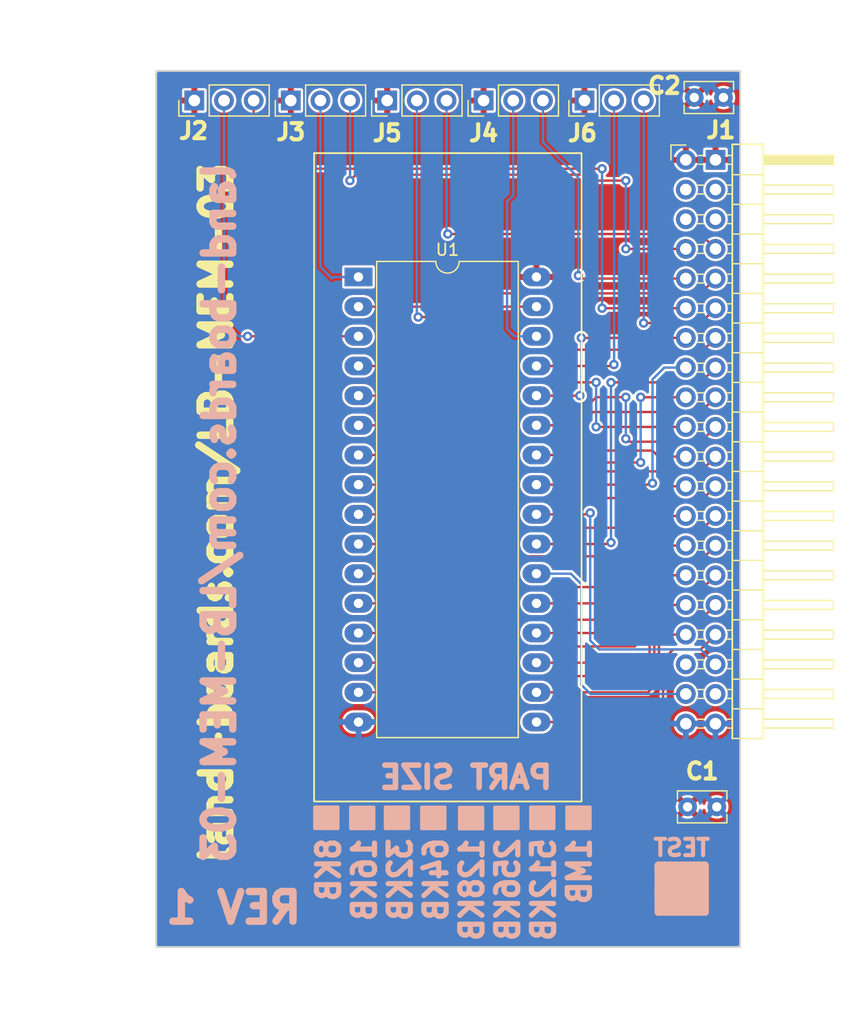
<source format=kicad_pcb>
(kicad_pcb (version 20221018) (generator pcbnew)
  (title_block (title "LB-MEM-01") (date "2022-09-07") (rev "1") (company "land-boards.com"))
  (layers (0 "F.Cu" signal) (31 "B.Cu" signal) (34 "B.Paste" user) (35 "F.Paste" user) (36 "B.SilkS" user "B.Silkscreen") (37 "F.SilkS" user "F.Silkscreen") (38 "B.Mask" user) (39 "F.Mask" user) (44 "Edge.Cuts" user))
  (net 0 "")
  (net 1 "GND")
  (net 2 "/CPUA11")
  (net 3 "/CPUA12")
  (net 4 "/CPUA13")
  (net 5 "/CPUA14")
  (net 6 "/CPUA15")
  (net 7 "/CPUD4")
  (net 8 "/CPUD3")
  (net 9 "/CPUD5")
  (net 10 "/CPUD6")
  (net 11 "/CPUA0")
  (net 12 "/CPUA1")
  (net 13 "/CPUD2")
  (net 14 "/CPUA2")
  (net 15 "/CPUD7")
  (net 16 "/CPUA3")
  (net 17 "/CPUD0")
  (net 18 "/CPUA4")
  (net 19 "/CPUD1")
  (net 20 "/CPUA5")
  (net 21 "/CPUA6")
  (net 22 "/CPUA7")
  (net 23 "/CPUA8")
  (net 24 "/CPUA9")
  (net 25 "/CPUA10")
  (net 26 "/CPUA18")
  (net 27 "/CPUA16")
  (net 28 "/CPUA17")
  (net 29 "/~{MEMRD}")
  (net 30 "/CPUA22")
  (net 31 "/CPUA23")
  (net 32 "/CPUA20")
  (net 33 "/CPUA21")
  (net 34 "/CPUA19")
  (net 35 "VCC")
  (net 36 "/~{IOCS}")
  (net 37 "/~{RAMCS}")
  (net 38 "/~{ROMCS}")
  (net 39 "/EE_PIN3")
  (net 40 "/EE_PIN1")
  (net 41 "/EE_PIN30")
  (net 42 "/EE_PIN31")
  (net 43 "/EE_PIN29")
  (footprint "LandBoards_Conns:PinHeader_2x20_P2.54mm_Horizontal-FLIPPED" (layer "F.Cu") (at 177.35 54.615)
    (fp_text reference "J1" (at 2.99 -2.545) (layer "F.SilkS") (effects (font (size 1.397 1.397) (thickness 0.34925))))
    (fp_text value "Conn_02x20_Odd_Even")
    (pad "1" thru_hole rect (at 2.54 0) (size 1.7 1.7) (drill 1) (layers "*.Cu" "*.Mask") (net 35 "VCC"))
    (pad "2" thru_hole oval (at 0 0) (size 1.7 1.7) (drill 1) (layers "*.Cu" "*.Mask") (net 35 "VCC"))
    (pad "3" thru_hole oval (at 2.54 2.54) (size 1.7 1.7) (drill 1) (layers "*.Cu" "*.Mask") (net 30 "/CPUA22"))
    (pad "4" thru_hole oval (at 0 2.54) (size 1.7 1.7) (drill 1) (layers "*.Cu" "*.Mask") (net 31 "/CPUA23"))
    (pad "5" thru_hole oval (at 2.54 5.08) (size 1.7 1.7) (drill 1) (layers "*.Cu" "*.Mask") (net 32 "/CPUA20"))
    (pad "6" thru_hole oval (at 0 5.08) (size 1.7 1.7) (drill 1) (layers "*.Cu" "*.Mask") (net 33 "/CPUA21"))
    (pad "7" thru_hole oval (at 2.54 7.62) (size 1.7 1.7) (drill 1) (layers "*.Cu" "*.Mask") (net 26 "/CPUA18"))
    (pad "8" thru_hole oval (at 0 7.62) (size 1.7 1.7) (drill 1) (layers "*.Cu" "*.Mask") (net 34 "/CPUA19"))
    (pad "9" thru_hole oval (at 2.54 10.16) (size 1.7 1.7) (drill 1) (layers "*.Cu" "*.Mask") (net 27 "/CPUA16"))
    (pad "10" thru_hole oval (at 0 10.16) (size 1.7 1.7) (drill 1) (layers "*.Cu" "*.Mask") (net 28 "/CPUA17"))
    (pad "11" thru_hole oval (at 2.54 12.7) (size 1.7 1.7) (drill 1) (layers "*.Cu" "*.Mask") (net 5 "/CPUA14"))
    (pad "12" thru_hole oval (at 0 12.7) (size 1.7 1.7) (drill 1) (layers "*.Cu" "*.Mask") (net 6 "/CPUA15"))
    (pad "13" thru_hole oval (at 2.54 15.24) (size 1.7 1.7) (drill 1) (layers "*.Cu" "*.Mask") (net 3 "/CPUA12"))
    (pad "14" thru_hole oval (at 0 15.24) (size 1.7 1.7) (drill 1) (layers "*.Cu" "*.Mask") (net 4 "/CPUA13"))
    (pad "15" thru_hole oval (at 2.54 17.78) (size 1.7 1.7) (drill 1) (layers "*.Cu" "*.Mask") (net 25 "/CPUA10"))
    (pad "16" thru_hole oval (at 0 17.78) (size 1.7 1.7) (drill 1) (layers "*.Cu" "*.Mask") (net 2 "/CPUA11"))
    (pad "17" thru_hole oval (at 2.54 20.32) (size 1.7 1.7) (drill 1) (layers "*.Cu" "*.Mask") (net 23 "/CPUA8"))
    (pad "18" thru_hole oval (at 0 20.32) (size 1.7 1.7) (drill 1) (layers "*.Cu" "*.Mask") (net 24 "/CPUA9"))
    (pad "19" thru_hole oval (at 2.54 22.86) (size 1.7 1.7) (drill 1) (layers "*.Cu" "*.Mask") (net 21 "/CPUA6"))
    (pad "20" thru_hole oval (at 0 22.86) (size 1.7 1.7) (drill 1) (layers "*.Cu" "*.Mask") (net 22 "/CPUA7"))
    (pad "21" thru_hole oval (at 2.54 25.4) (size 1.7 1.7) (drill 1) (layers "*.Cu" "*.Mask") (net 18 "/CPUA4"))
    (pad "22" thru_hole oval (at 0 25.4) (size 1.7 1.7) (drill 1) (layers "*.Cu" "*.Mask") (net 20 "/CPUA5"))
    (pad "23" thru_hole oval (at 2.54 27.94) (size 1.7 1.7) (drill 1) (layers "*.Cu" "*.Mask") (net 14 "/CPUA2"))
    (pad "24" thru_hole oval (at 0 27.94) (size 1.7 1.7) (drill 1) (layers "*.Cu" "*.Mask") (net 16 "/CPUA3"))
    (pad "25" thru_hole oval (at 2.54 30.48) (size 1.7 1.7) (drill 1) (layers "*.Cu" "*.Mask") (net 11 "/CPUA0"))
    (pad "26" thru_hole oval (at 0 30.48) (size 1.7 1.7) (drill 1) (layers "*.Cu" "*.Mask") (net 12 "/CPUA1"))
    (pad "27" thru_hole oval (at 2.54 33.02) (size 1.7 1.7) (drill 1) (layers "*.Cu" "*.Mask") (net 17 "/CPUD0"))
    (pad "28" thru_hole oval (at 0 33.02) (size 1.7 1.7) (drill 1) (layers "*.Cu" "*.Mask") (net 15 "/CPUD7"))
    (pad "29" thru_hole oval (at 2.54 35.56) (size 1.7 1.7) (drill 1) (layers "*.Cu" "*.Mask") (net 19 "/CPUD1"))
    (pad "30" thru_hole oval (at 0 35.56) (size 1.7 1.7) (drill 1) (layers "*.Cu" "*.Mask") (net 10 "/CPUD6"))
    (pad "31" thru_hole oval (at 2.54 38.1) (size 1.7 1.7) (drill 1) (layers "*.Cu" "*.Mask") (net 13 "/CPUD2"))
    (pad "32" thru_hole oval (at 0 38.1) (size 1.7 1.7) (drill 1) (layers "*.Cu" "*.Mask") (net 9 "/CPUD5"))
    (pad "33" thru_hole oval (at 2.54 40.64) (size 1.7 1.7) (drill 1) (layers "*.Cu" "*.Mask") (net 8 "/CPUD3"))
    (pad "34" thru_hole oval (at 0 40.64) (size 1.7 1.7) (drill 1) (layers "*.Cu" "*.Mask") (net 7 "/CPUD4"))
    (pad "35" thru_hole oval (at 2.54 43.18) (size 1.7 1.7) (drill 1) (layers "*.Cu" "*.Mask") (net 29 "/~{MEMRD}"))
    (pad "36" thru_hole oval (at 0 43.18) (size 1.7 1.7) (drill 1) (layers "*.Cu" "*.Mask") (net 37 "/~{RAMCS}"))
    (pad "37" thru_hole oval (at 2.54 45.72) (size 1.7 1.7) (drill 1) (layers "*.Cu" "*.Mask") (net 36 "/~{IOCS}"))
    (pad "38" thru_hole oval (at 0 45.72) (size 1.7 1.7) (drill 1) (layers "*.Cu" "*.Mask") (net 38 "/~{ROMCS}"))
    (pad "39" thru_hole oval (at 2.54 48.26) (size 1.7 1.7) (drill 1) (layers "*.Cu" "*.Mask") (net 1 "GND"))
    (pad "40" thru_hole oval (at 0 48.26) (size 1.7 1.7) (drill 1) (layers "*.Cu" "*.Mask") (net 1 "GND"))
  )
  (footprint "LandBoards_Conns:DIP-32_W15.24mm_TEXTOOL" (layer "F.Cu") (at 149.322 64.638)
    (fp_text reference "U1" (at 7.62 -2.33) (layer "F.SilkS"))
    (fp_text value "27C080")
    (pad "1" thru_hole rect (at 0 0) (size 2.4 1.6) (drill 0.8) (layers "*.Cu" "*.Mask") (net 40 "/EE_PIN1"))
    (pad "2" thru_hole oval (at 0 2.54) (size 2.4 1.6) (drill 0.8) (layers "*.Cu" "*.Mask") (net 27 "/CPUA16"))
    (pad "3" thru_hole oval (at 0 5.08) (size 2.4 1.6) (drill 0.8) (layers "*.Cu" "*.Mask") (net 39 "/EE_PIN3"))
    (pad "4" thru_hole oval (at 0 7.62) (size 2.4 1.6) (drill 0.8) (layers "*.Cu" "*.Mask") (net 3 "/CPUA12"))
    (pad "5" thru_hole oval (at 0 10.16) (size 2.4 1.6) (drill 0.8) (layers "*.Cu" "*.Mask") (net 22 "/CPUA7"))
    (pad "6" thru_hole oval (at 0 12.7) (size 2.4 1.6) (drill 0.8) (layers "*.Cu" "*.Mask") (net 21 "/CPUA6"))
    (pad "7" thru_hole oval (at 0 15.24) (size 2.4 1.6) (drill 0.8) (layers "*.Cu" "*.Mask") (net 20 "/CPUA5"))
    (pad "8" thru_hole oval (at 0 17.78) (size 2.4 1.6) (drill 0.8) (layers "*.Cu" "*.Mask") (net 18 "/CPUA4"))
    (pad "9" thru_hole oval (at 0 20.32) (size 2.4 1.6) (drill 0.8) (layers "*.Cu" "*.Mask") (net 16 "/CPUA3"))
    (pad "10" thru_hole oval (at 0 22.86) (size 2.4 1.6) (drill 0.8) (layers "*.Cu" "*.Mask") (net 14 "/CPUA2"))
    (pad "11" thru_hole oval (at 0 25.4) (size 2.4 1.6) (drill 0.8) (layers "*.Cu" "*.Mask") (net 12 "/CPUA1"))
    (pad "12" thru_hole oval (at 0 27.94) (size 2.4 1.6) (drill 0.8) (layers "*.Cu" "*.Mask") (net 11 "/CPUA0"))
    (pad "13" thru_hole oval (at 0 30.48) (size 2.4 1.6) (drill 0.8) (layers "*.Cu" "*.Mask") (net 17 "/CPUD0"))
    (pad "14" thru_hole oval (at 0 33.02) (size 2.4 1.6) (drill 0.8) (layers "*.Cu" "*.Mask") (net 19 "/CPUD1"))
    (pad "15" thru_hole oval (at 0 35.56) (size 2.4 1.6) (drill 0.8) (layers "*.Cu" "*.Mask") (net 13 "/CPUD2"))
    (pad "16" thru_hole oval (at 0 38.1) (size 2.4 1.6) (drill 0.8) (layers "*.Cu" "*.Mask") (net 1 "GND"))
    (pad "17" thru_hole oval (at 15.24 38.1) (size 2.4 1.6) (drill 0.8) (layers "*.Cu" "*.Mask") (net 8 "/CPUD3"))
    (pad "18" thru_hole oval (at 15.24 35.56) (size 2.4 1.6) (drill 0.8) (layers "*.Cu" "*.Mask") (net 7 "/CPUD4"))
    (pad "19" thru_hole oval (at 15.24 33.02) (size 2.4 1.6) (drill 0.8) (layers "*.Cu" "*.Mask") (net 9 "/CPUD5"))
    (pad "20" thru_hole oval (at 15.24 30.48) (size 2.4 1.6) (drill 0.8) (layers "*.Cu" "*.Mask") (net 10 "/CPUD6"))
    (pad "21" thru_hole oval (at 15.24 27.94) (size 2.4 1.6) (drill 0.8) (layers "*.Cu" "*.Mask") (net 15 "/CPUD7"))
    (pad "22" thru_hole oval (at 15.24 25.4) (size 2.4 1.6) (drill 0.8) (layers "*.Cu" "*.Mask") (net 38 "/~{ROMCS}"))
    (pad "23" thru_hole oval (at 15.24 22.86) (size 2.4 1.6) (drill 0.8) (layers "*.Cu" "*.Mask") (net 25 "/CPUA10"))
    (pad "24" thru_hole oval (at 15.24 20.32) (size 2.4 1.6) (drill 0.8) (layers "*.Cu" "*.Mask") (net 29 "/~{MEMRD}"))
    (pad "25" thru_hole oval (at 15.24 17.78) (size 2.4 1.6) (drill 0.8) (layers "*.Cu" "*.Mask") (net 2 "/CPUA11"))
    (pad "26" thru_hole oval (at 15.24 15.24) (size 2.4 1.6) (drill 0.8) (layers "*.Cu" "*.Mask") (net 24 "/CPUA9"))
    (pad "27" thru_hole oval (at 15.24 12.7) (size 2.4 1.6) (drill 0.8) (layers "*.Cu" "*.Mask") (net 23 "/CPUA8"))
    (pad "28" thru_hole oval (at 15.24 10.16) (size 2.4 1.6) (drill 0.8) (layers "*.Cu" "*.Mask") (net 4 "/CPUA13"))
    (pad "29" thru_hole oval (at 15.24 7.62) (size 2.4 1.6) (drill 0.8) (layers "*.Cu" "*.Mask") (net 43 "/EE_PIN29"))
    (pad "30" thru_hole oval (at 15.24 5.08) (size 2.4 1.6) (drill 0.8) (layers "*.Cu" "*.Mask") (net 41 "/EE_PIN30"))
    (pad "31" thru_hole oval (at 15.24 2.54) (size 2.4 1.6) (drill 0.8) (layers "*.Cu" "*.Mask") (net 42 "/EE_PIN31"))
    (pad "32" thru_hole oval (at 15.24 0) (size 2.4 1.6) (drill 0.8) (layers "*.Cu" "*.Mask") (net 35 "VCC"))
  )
  (footprint "Connector_PinHeader_2.54mm:PinHeader_1x03_P2.54mm_Vertical" (layer "F.Cu") (at 160.035 49.53 90)
    (fp_text reference "J4" (at -2.794 0 180) (layer "F.SilkS") (effects (font (size 1.397 1.397) (thickness 0.34925))))
    (fp_text value "Conn_01x03")
    (pad "1" thru_hole rect (at 0 0 90) (size 1.7 1.7) (drill 1) (layers "*.Cu" "*.Mask") (net 35 "VCC"))
    (pad "2" thru_hole oval (at 0 2.54 90) (size 1.7 1.7) (drill 1) (layers "*.Cu" "*.Mask") (net 41 "/EE_PIN30"))
    (pad "3" thru_hole oval (at 0 5.08 90) (size 1.7 1.7) (drill 1) (layers "*.Cu" "*.Mask") (net 28 "/CPUA17"))
  )
  (footprint "Connector_PinHeader_2.54mm:PinHeader_1x03_P2.54mm_Vertical" (layer "F.Cu") (at 151.78 49.53 90)
    (fp_text reference "J5" (at -2.794 0 180) (layer "F.SilkS") (effects (font (size 1.397 1.397) (thickness 0.34925))))
    (fp_text value "Conn_01x03")
    (pad "1" thru_hole rect (at 0 0 90) (size 1.7 1.7) (drill 1) (layers "*.Cu" "*.Mask") (net 35 "VCC"))
    (pad "2" thru_hole oval (at 0 2.54 90) (size 1.7 1.7) (drill 1) (layers "*.Cu" "*.Mask") (net 42 "/EE_PIN31"))
    (pad "3" thru_hole oval (at 0 5.08 90) (size 1.7 1.7) (drill 1) (layers "*.Cu" "*.Mask") (net 26 "/CPUA18"))
  )
  (footprint "Capacitor_THT:C_Rect_L4.0mm_W2.5mm_P2.50mm" (layer "F.Cu") (at 180 110 180)
    (fp_text reference "C1" (at 1.25 3.048 180) (layer "F.SilkS") (effects (font (size 1.397 1.397) (thickness 0.34925))))
    (fp_text value "0.1uF")
    (pad "1" thru_hole circle (at 0 0 180) (size 1.6 1.6) (drill 0.8) (layers "*.Cu" "*.Mask") (net 1 "GND"))
    (pad "2" thru_hole circle (at 2.5 0 180) (size 1.6 1.6) (drill 0.8) (layers "*.Cu" "*.Mask") (net 35 "VCC"))
  )
  (footprint "Connector_PinHeader_2.54mm:PinHeader_1x03_P2.54mm_Vertical" (layer "F.Cu") (at 143.525 49.53 90)
    (fp_text reference "J3" (at -2.7 0 180) (layer "F.SilkS") (effects (font (size 1.397 1.397) (thickness 0.34925))))
    (fp_text value "Conn_01x03")
    (pad "1" thru_hole rect (at 0 0 90) (size 1.7 1.7) (drill 1) (layers "*.Cu" "*.Mask") (net 35 "VCC"))
    (pad "2" thru_hole oval (at 0 2.54 90) (size 1.7 1.7) (drill 1) (layers "*.Cu" "*.Mask") (net 40 "/EE_PIN1"))
    (pad "3" thru_hole oval (at 0 5.08 90) (size 1.7 1.7) (drill 1) (layers "*.Cu" "*.Mask") (net 34 "/CPUA19"))
  )
  (footprint "Capacitor_THT:C_Rect_L4.0mm_W2.5mm_P2.50mm" (layer "F.Cu") (at 180.574 49.276 180)
    (fp_text reference "C2" (at 5.06 1.016) (layer "F.SilkS") (effects (font (size 1.397 1.397) (thickness 0.34925))))
    (fp_text value "0.1uF")
    (pad "1" thru_hole circle (at 0 0 180) (size 1.6 1.6) (drill 0.8) (layers "*.Cu" "*.Mask") (net 1 "GND"))
    (pad "2" thru_hole circle (at 2.5 0 180) (size 1.6 1.6) (drill 0.8) (layers "*.Cu" "*.Mask") (net 35 "VCC"))
  )
  (footprint "Connector_PinHeader_2.54mm:PinHeader_1x03_P2.54mm_Vertical" (layer "F.Cu") (at 168.671 49.53 90)
    (fp_text reference "J6" (at -2.794 -0.171 180) (layer "F.SilkS") (effects (font (size 1.397 1.397) (thickness 0.34925))))
    (fp_text value "Conn_01x03")
    (pad "1" thru_hole rect (at 0 0 90) (size 1.7 1.7) (drill 1) (layers "*.Cu" "*.Mask") (net 35 "VCC"))
    (pad "2" thru_hole oval (at 0 2.54 90) (size 1.7 1.7) (drill 1) (layers "*.Cu" "*.Mask") (net 43 "/EE_PIN29"))
    (pad "3" thru_hole oval (at 0 5.08 90) (size 1.7 1.7) (drill 1) (layers "*.Cu" "*.Mask") (net 5 "/CPUA14"))
  )
  (footprint "Connector_PinHeader_2.54mm:PinHeader_1x03_P2.54mm_Vertical" (layer "F.Cu") (at 135.27 49.53 90)
    (fp_text reference "J2" (at -2.6 -0.07 180) (layer "F.SilkS") (effects (font (size 1.397 1.397) (thickness 0.34925))))
    (fp_text value "Conn_01x03")
    (pad "1" thru_hole rect (at 0 0 90) (size 1.7 1.7) (drill 1) (layers "*.Cu" "*.Mask") (net 35 "VCC"))
    (pad "2" thru_hole oval (at 0 2.54 90) (size 1.7 1.7) (drill 1) (layers "*.Cu" "*.Mask") (net 39 "/EE_PIN3"))
    (pad "3" thru_hole oval (at 0 5.08 90) (size 1.7 1.7) (drill 1) (layers "*.Cu" "*.Mask") (net 6 "/CPUA15"))
  )
  (footprint "LandBoards_Marking:TEST_BLK-REAR" (layer "F.Cu") (at 177 117)
    (fp_text reference "TEST" (at 0 -3.5) (layer "B.SilkS") (effects (font (size 1.397 1.397) (thickness 0.34925)) (justify mirror)))
    (fp_text value "COUPON" hide)
  )
  (gr_rect (start 132 47) (end 182 122) (stroke (width 0.15)) (fill none) (layer "Edge.Cuts"))
  (gr_text "land-boards.com/LB-MEM-03" (at 137.414 84.836 90) (layer "B.SilkS") (effects (font (size 2.54 2.54) (thickness 0.635)) (justify mirror)))
  (gr_text "REV 1" (at 138.6332 118.6434) (layer "B.SilkS") (effects (font (size 2.54 2.54) (thickness 0.635)) (justify mirror)))
  (gr_text "8KB\n16KB\n32KB\n64KB\n128KB\n256KB\n512KB\n1MB" (at 157.5054 112.4712 90) (layer "B.SilkS") (effects (font (size 1.905 1.778) (thickness 0.4445)) (justify left mirror)))
  (gr_text "PART SIZE" (at 166.137 107.475) (layer "B.SilkS") (effects (font (size 1.905 1.905) (thickness 0.47625)) (justify left mirror)))
  (gr_text "land-boards.com/LB-MEM-03" (at 137.16 84.836 90) (layer "F.SilkS") (effects (font (size 2.54 2.54) (thickness 0.635))))
  (segment (start 164.562 82.418) (end 174.366 82.418) (width 0.2032) (layer "F.Cu") (net 2))
  (segment (start 174.376 82.418) (end 174.498 82.296) (width 0.2032) (layer "F.Cu") (net 2))
  (segment (start 174.366 82.418) (end 174.376 82.418) (width 0.2032) (layer "F.Cu") (net 2))
  (via (at 174.498 82.296) (size 0.8) (drill 0.4) (layers "F.Cu" "B.Cu") (net 2))
  (segment (start 177.35 72.395) (end 175.509 72.395) (width 0.2032) (layer "B.Cu") (net 2))
  (segment (start 174.498 73.406) (end 174.498 82.296) (width 0.2032) (layer "B.Cu") (net 2))
  (segment (start 175.509 72.395) (end 174.498 73.406) (width 0.2032) (layer "B.Cu") (net 2))
  (segment (start 176.022 70.866) (end 176.276 71.12) (width 0.2032) (layer "F.Cu") (net 3))
  (segment (start 149.322 72.258) (end 158.882 72.258) (width 0.2032) (layer "F.Cu") (net 3))
  (segment (start 176.276 71.12) (end 178.625 71.12) (width 0.2032) (layer "F.Cu") (net 3))
  (segment (start 178.625 71.12) (end 179.89 69.855) (width 0.2032) (layer "F.Cu") (net 3))
  (segment (start 160.274 70.866) (end 176.022 70.866) (width 0.2032) (layer "F.Cu") (net 3))
  (segment (start 158.882 72.258) (end 160.274 70.866) (width 0.2032) (layer "F.Cu") (net 3))
  (segment (start 164.562 74.798) (end 168.28 74.798) (width 0.2032) (layer "F.Cu") (net 4))
  (segment (start 168.407 69.855) (end 168.402 69.85) (width 0.2032) (layer "F.Cu") (net 4))
  (segment (start 168.407 69.855) (end 177.35 69.855) (width 0.2032) (layer "F.Cu") (net 4))
  (via (at 168.402 69.85) (size 0.8) (drill 0.4) (layers "F.Cu" "B.Cu") (net 4))
  (via (at 168.28 74.798) (size 0.8) (drill 0.4) (layers "F.Cu" "B.Cu") (net 4))
  (segment (start 168.402 74.676) (end 168.28 74.798) (width 0.2032) (layer "B.Cu") (net 4))
  (segment (start 168.402 69.85) (end 168.402 74.676) (width 0.2032) (layer "B.Cu") (net 4))
  (segment (start 173.736 68.58) (end 178.625 68.58) (width 0.2032) (layer "F.Cu") (net 5))
  (segment (start 178.625 68.58) (end 179.89 67.315) (width 0.2032) (layer "F.Cu") (net 5))
  (via (at 173.736 68.58) (size 0.8) (drill 0.4) (layers "F.Cu" "B.Cu") (net 5))
  (segment (start 173.751 68.565) (end 173.736 68.58) (width 0.2032) (layer "B.Cu") (net 5))
  (segment (start 173.751 49.53) (end 173.751 68.565) (width 0.2032) (layer "B.Cu") (net 5))
  (segment (start 140.35 53.96) (end 140.35 49.53) (width 0.2032) (layer "F.Cu") (net 6))
  (segment (start 170.185 67.315) (end 177.35 67.315) (width 0.2032) (layer "F.Cu") (net 6))
  (segment (start 141.732 55.372) (end 170.18 55.372) (width 0.2032) (layer "F.Cu") (net 6))
  (segment (start 141.762 55.372) (end 140.35 53.96) (width 0.2032) (layer "F.Cu") (net 6))
  (segment (start 170.18 67.31) (end 170.185 67.315) (width 0.2032) (layer "F.Cu") (net 6))
  (via (at 170.18 67.31) (size 0.8) (drill 0.4) (layers "F.Cu" "B.Cu") (net 6))
  (via (at 170.18 55.372) (size 0.8) (drill 0.4) (layers "F.Cu" "B.Cu") (net 6))
  (segment (start 170.18 55.372) (end 170.18 67.31) (width 0.2032) (layer "B.Cu") (net 6))
  (segment (start 175.050391 96.056391) (end 175.851782 95.255) (width 0.2032) (layer "F.Cu") (net 7))
  (segment (start 174.112 100.198) (end 164.562 100.198) (width 0.2032) (layer "F.Cu") (net 7))
  (segment (start 175.851782 95.255) (end 177.35 95.255) (width 0.2032) (layer "F.Cu") (net 7))
  (segment (start 175.050391 99.259609) (end 174.112 100.198) (width 0.2032) (layer "F.Cu") (net 7))
  (segment (start 175.050391 96.056391) (end 175.050391 99.259609) (width 0.2032) (layer "F.Cu") (net 7))
  (segment (start 175.405511 101.952489) (end 174.62 102.738) (width 0.2032) (layer "F.Cu") (net 8))
  (segment (start 179.89 95.255) (end 178.625 96.52) (width 0.2032) (layer "F.Cu") (net 8))
  (segment (start 175.405511 97.390489) (end 175.405511 101.952489) (width 0.2032) (layer "F.Cu") (net 8))
  (segment (start 178.625 96.52) (end 176.276 96.52) (width 0.2032) (layer "F.Cu") (net 8))
  (segment (start 176.276 96.52) (end 175.405511 97.390489) (width 0.2032) (layer "F.Cu") (net 8))
  (segment (start 174.62 102.738) (end 164.562 102.738) (width 0.2032) (layer "F.Cu") (net 8))
  (segment (start 177.35 92.715) (end 175.763 92.715) (width 0.2032) (layer "F.Cu") (net 9))
  (segment (start 174.244 94.234) (end 174.244 97.028) (width 0.2032) (layer "F.Cu") (net 9))
  (segment (start 175.763 92.715) (end 174.244 94.234) (width 0.2032) (layer "F.Cu") (net 9))
  (segment (start 174.244 97.028) (end 173.614 97.658) (width 0.2032) (layer "F.Cu") (net 9))
  (segment (start 173.614 97.658) (end 164.562 97.658) (width 0.2032) (layer "F.Cu") (net 9))
  (segment (start 173.482 94.488) (end 172.852 95.118) (width 0.2032) (layer "F.Cu") (net 10))
  (segment (start 177.35 90.175) (end 176.271 90.175) (width 0.2032) (layer "F.Cu") (net 10))
  (segment (start 164.562 95.118) (end 172.852 95.118) (width 0.2032) (layer "F.Cu") (net 10))
  (segment (start 173.482 92.964) (end 173.482 94.488) (width 0.2032) (layer "F.Cu") (net 10))
  (segment (start 176.271 90.175) (end 173.482 92.964) (width 0.2032) (layer "F.Cu") (net 10))
  (segment (start 149.322 92.578) (end 159.136 92.578) (width 0.2032) (layer "F.Cu") (net 11))
  (segment (start 176.276 86.36) (end 178.625 86.36) (width 0.2032) (layer "F.Cu") (net 11))
  (segment (start 171.45 91.186) (end 176.276 86.36) (width 0.2032) (layer "F.Cu") (net 11))
  (segment (start 159.136 92.578) (end 160.528 91.186) (width 0.2032) (layer "F.Cu") (net 11))
  (segment (start 160.528 91.186) (end 171.45 91.186) (width 0.2032) (layer "F.Cu") (net 11))
  (segment (start 178.625 86.36) (end 179.89 85.095) (width 0.2032) (layer "F.Cu") (net 11))
  (segment (start 175.763 85.095) (end 177.35 85.095) (width 0.2032) (layer "F.Cu") (net 12))
  (segment (start 159.136 90.038) (end 160.62248 88.55152) (width 0.2032) (layer "F.Cu") (net 12))
  (segment (start 160.62248 88.55152) (end 172.30648 88.55152) (width 0.2032) (layer "F.Cu") (net 12))
  (segment (start 149.322 90.038) (end 159.136 90.038) (width 0.2032) (layer "F.Cu") (net 12))
  (segment (start 172.30648 88.55152) (end 175.763 85.095) (width 0.2032) (layer "F.Cu") (net 12))
  (segment (start 173.99 98.806) (end 161.29 98.806) (width 0.2032) (layer "F.Cu") (net 13))
  (segment (start 178.7205 93.8845) (end 176.1175 93.8845) (width 0.2032) (layer "F.Cu") (net 13))
  (segment (start 174.65088 98.14512) (end 174.65088 95.35112) (width 0.2032) (layer "F.Cu") (net 13))
  (segment (start 176.1175 93.8845) (end 174.65088 95.35112) (width 0.2032) (layer "F.Cu") (net 13))
  (segment (start 179.89 92.715) (end 178.7205 93.8845) (width 0.2032) (layer "F.Cu") (net 13))
  (segment (start 159.898 100.198) (end 149.322 100.198) (width 0.2032) (layer "F.Cu") (net 13))
  (segment (start 173.99 98.806) (end 174.65088 98.14512) (width 0.2032) (layer "F.Cu") (net 13))
  (segment (start 161.29 98.806) (end 159.898 100.198) (width 0.2032) (layer "F.Cu") (net 13))
  (segment (start 178.625 83.82) (end 179.89 82.555) (width 0.2032) (layer "F.Cu") (net 14))
  (segment (start 149.322 87.498) (end 158.882 87.498) (width 0.2032) (layer "F.Cu") (net 14))
  (segment (start 176.276 83.82) (end 178.625 83.82) (width 0.2032) (layer "F.Cu") (net 14))
  (segment (start 158.882 87.498) (end 160.274 86.106) (width 0.2032) (layer "F.Cu") (net 14))
  (segment (start 173.99 86.106) (end 176.276 83.82) (width 0.2032) (layer "F.Cu") (net 14))
  (segment (start 160.274 86.106) (end 173.99 86.106) (width 0.2032) (layer "F.Cu") (net 14))
  (segment (start 164.562 92.578) (end 171.328 92.578) (width 0.2032) (layer "F.Cu") (net 15))
  (segment (start 176.271 87.635) (end 177.35 87.635) (width 0.2032) (layer "F.Cu") (net 15))
  (segment (start 171.328 92.578) (end 176.271 87.635) (width 0.2032) (layer "F.Cu") (net 15))
  (segment (start 160.274 83.566) (end 174.752 83.566) (width 0.2032) (layer "F.Cu") (net 16))
  (segment (start 175.763 82.555) (end 177.35 82.555) (width 0.2032) (layer "F.Cu") (net 16))
  (segment (start 174.752 83.566) (end 175.763 82.555) (width 0.2032) (layer "F.Cu") (net 16))
  (segment (start 149.322 84.958) (end 158.882 84.958) (width 0.2032) (layer "F.Cu") (net 16))
  (segment (start 158.882 84.958) (end 160.274 83.566) (width 0.2032) (layer "F.Cu") (net 16))
  (segment (start 176.53 88.9) (end 172.974 92.456) (width 0.2032) (layer "F.Cu") (net 17))
  (segment (start 172.466 93.98) (end 160.528 93.98) (width 0.2032) (layer "F.Cu") (net 17))
  (segment (start 172.974 92.456) (end 172.974 93.472) (width 0.2032) (layer "F.Cu") (net 17))
  (segment (start 178.625 88.9) (end 176.53 88.9) (width 0.2032) (layer "F.Cu") (net 17))
  (segment (start 159.39 95.118) (end 149.322 95.118) (width 0.2032) (layer "F.Cu") (net 17))
  (segment (start 172.974 93.472) (end 172.466 93.98) (width 0.2032) (layer "F.Cu") (net 17))
  (segment (start 179.89 87.635) (end 178.625 88.9) (width 0.2032) (layer "F.Cu") (net 17))
  (segment (start 160.528 93.98) (end 159.39 95.118) (width 0.2032) (layer "F.Cu") (net 17))
  (segment (start 179.89 80.015) (end 178.625 81.28) (width 0.2032) (layer "F.Cu") (net 18))
  (segment (start 166.692978 81.28) (end 166.531489 81.118511) (width 0.2032) (layer "F.Cu") (net 18))
  (segment (start 166.531489 81.118511) (end 160.435489 81.118511) (width 0.2032) (layer "F.Cu") (net 18))
  (segment (start 160.435489 81.118511) (end 159.136 82.418) (width 0.2032) (layer "F.Cu") (net 18))
  (segment (start 159.136 82.418) (end 149.322 82.418) (width 0.2032) (layer "F.Cu") (net 18))
  (segment (start 178.625 81.28) (end 166.692978 81.28) (width 0.2032) (layer "F.Cu") (net 18))
  (segment (start 178.625 91.44) (end 179.89 90.175) (width 0.2032) (layer "F.Cu") (net 19))
  (segment (start 159.644 97.658) (end 161.036 96.266) (width 0.2032) (layer "F.Cu") (net 19))
  (segment (start 175.768 91.44) (end 178.625 91.44) (width 0.2032) (layer "F.Cu") (net 19))
  (segment (start 161.036 96.266) (end 172.974 96.266) (width 0.2032) (layer "F.Cu") (net 19))
  (segment (start 173.88888 95.35112) (end 173.88888 93.31912) (width 0.2032) (layer "F.Cu") (net 19))
  (segment (start 149.322 97.658) (end 159.644 97.658) (width 0.2032) (layer "F.Cu") (net 19))
  (segment (start 172.974 96.266) (end 173.88888 95.35112) (width 0.2032) (layer "F.Cu") (net 19))
  (segment (start 173.88888 93.31912) (end 175.768 91.44) (width 0.2032) (layer "F.Cu") (net 19))
  (segment (start 174.498 79.502) (end 175.011 80.015) (width 0.2032) (layer "F.Cu") (net 20))
  (segment (start 168.148 78.74) (end 168.91 79.502) (width 0.2032) (layer "F.Cu") (net 20))
  (segment (start 158.882 79.878) (end 160.02 78.74) (width 0.2032) (layer "F.Cu") (net 20))
  (segment (start 160.02 78.74) (end 168.148 78.74) (width 0.2032) (layer "F.Cu") (net 20))
  (segment (start 168.91 79.502) (end 174.498 79.502) (width 0.2032) (layer "F.Cu") (net 20))
  (segment (start 149.322 79.878) (end 158.882 79.878) (width 0.2032) (layer "F.Cu") (net 20))
  (segment (start 175.011 80.015) (end 177.35 80.015) (width 0.2032) (layer "F.Cu") (net 20))
  (segment (start 178.625 78.74) (end 172.466 78.74) (width 0.2032) (layer "F.Cu") (net 21))
  (segment (start 169.672 74.93) (end 168.402 76.2) (width 0.2032) (layer "F.Cu") (net 21))
  (segment (start 157.866 77.338) (end 149.322 77.338) (width 0.2032) (layer "F.Cu") (net 21))
  (segment (start 168.402 76.2) (end 159.004 76.2) (width 0.2032) (layer "F.Cu") (net 21))
  (segment (start 172.466 78.74) (end 172.212 78.486) (width 0.2032) (layer "F.Cu") (net 21))
  (segment (start 179.89 77.475) (end 178.625 78.74) (width 0.2032) (layer "F.Cu") (net 21))
  (segment (start 159.004 76.2) (end 157.866 77.338) (width 0.2032) (layer "F.Cu") (net 21))
  (segment (start 172.212 74.93) (end 169.672 74.93) (width 0.2032) (layer "F.Cu") (net 21))
  (via (at 172.212 78.486) (size 0.8) (drill 0.4) (layers "F.Cu" "B.Cu") (net 21))
  (via (at 172.212 74.93) (size 0.8) (drill 0.4) (layers "F.Cu" "B.Cu") (net 21))
  (segment (start 172.212 78.486) (end 172.212 74.93) (width 0.2032) (layer "B.Cu") (net 21))
  (segment (start 149.322 74.798) (end 158.374 74.798) (width 0.2032) (layer "F.Cu") (net 22))
  (segment (start 169.677 77.475) (end 177.35 77.475) (width 0.2032) (layer "F.Cu") (net 22))
  (segment (start 158.374 74.798) (end 159.512 73.66) (width 0.2032) (layer "F.Cu") (net 22))
  (segment (start 169.672 77.47) (end 169.677 77.475) (width 0.2032) (layer "F.Cu") (net 22))
  (segment (start 169.672 73.66) (end 159.512 73.66) (width 0.2032) (layer "F.Cu") (net 22))
  (via (at 169.672 73.66) (size 0.8) (drill 0.4) (layers "F.Cu" "B.Cu") (net 22))
  (via (at 169.672 77.47) (size 0.8) (drill 0.4) (layers "F.Cu" "B.Cu") (net 22))
  (segment (start 169.672 73.66) (end 169.672 77.47) (width 0.2032) (layer "B.Cu") (net 22))
  (segment (start 169.408 76.2) (end 168.27 77.338) (width 0.2032) (layer "F.Cu") (net 23))
  (segment (start 178.625 76.2) (end 169.408 76.2) (width 0.2032) (layer "F.Cu") (net 23))
  (segment (start 168.27 77.338) (end 164.562 77.338) (width 0.2032) (layer "F.Cu") (net 23))
  (segment (start 179.89 74.935) (end 178.625 76.2) (width 0.2032) (layer "F.Cu") (net 23))
  (segment (start 173.8445 74.93) (end 173.8495 74.935) (width 0.2032) (layer "F.Cu") (net 24))
  (segment (start 167.396 80.518) (end 173.482 80.518) (width 0.2032) (layer "F.Cu") (net 24))
  (segment (start 164.562 79.878) (end 166.756 79.878) (width 0.2032) (layer "F.Cu") (net 24))
  (segment (start 173.8495 74.935) (end 177.35 74.935) (width 0.2032) (layer "F.Cu") (net 24))
  (segment (start 167.396 80.518) (end 166.756 79.878) (width 0.2032) (layer "F.Cu") (net 24))
  (via (at 173.482 74.93) (size 0.8) (drill 0.4) (layers "F.Cu" "B.Cu") (net 24))
  (via (at 173.482 80.518) (size 0.8) (drill 0.4) (layers "F.Cu" "B.Cu") (net 24))
  (segment (start 173.482 80.518) (end 173.482 74.93) (width 0.2032) (layer "B.Cu") (net 24))
  (segment (start 170.82 87.498) (end 170.942 87.376) (width 0.2032) (layer "F.Cu") (net 25))
  (segment (start 170.9605 73.66) (end 178.625 73.66) (width 0.2032) (layer "F.Cu") (net 25))
  (segment (start 164.562 87.498) (end 170.82 87.498) (width 0.2032) (layer "F.Cu") (net 25))
  (segment (start 170.9605 73.66) (end 170.942 73.6785) (width 0.2032) (layer "F.Cu") (net 25))
  (segment (start 179.89 72.395) (end 178.625 73.66) (width 0.2032) (layer "F.Cu") (net 25))
  (via (at 170.942 87.376) (size 0.8) (drill 0.4) (layers "F.Cu" "B.Cu") (net 25))
  (via (at 170.942 73.6785) (size 0.8) (drill 0.4) (layers "F.Cu" "B.Cu") (net 25))
  (segment (start 170.942 87.376) (end 170.942 73.6785) (width 0.2032) (layer "B.Cu") (net 25))
  (segment (start 178.615 60.96) (end 179.89 62.235) (width 0.2032) (layer "F.Cu") (net 26))
  (segment (start 156.972 60.96) (end 178.615 60.96) (width 0.2032) (layer "F.Cu") (net 26))
  (via (at 156.972 60.96) (size 0.8) (drill 0.4) (layers "F.Cu" "B.Cu") (net 26))
  (segment (start 156.972 60.96) (end 156.86 60.848) (width 0.2032) (layer "B.Cu") (net 26))
  (segment (start 156.86 60.848) (end 156.86 49.53) (width 0.2032) (layer "B.Cu") (net 26))
  (segment (start 179.89 64.775) (end 178.625 66.04) (width 0.2032) (layer "F.Cu") (net 27))
  (segment (start 157.48 66.04) (end 156.342 67.178) (width 0.2032) (layer "F.Cu") (net 27))
  (segment (start 178.625 66.04) (end 157.48 66.04) (width 0.2032) (layer "F.Cu") (net 27))
  (segment (start 156.342 67.178) (end 149.322 67.178) (width 0.2032) (layer "F.Cu") (net 27))
  (segment (start 168.407 64.775) (end 168.148 64.516) (width 0.2032) (layer "F.Cu") (net 28))
  (segment (start 177.35 64.775) (end 168.407 64.775) (width 0.2032) (layer "F.Cu") (net 28))
  (via (at 168.148 64.516) (size 0.8) (drill 0.4) (layers "F.Cu" "B.Cu") (net 28))
  (segment (start 165.115 53.101) (end 165.115 49.53) (width 0.2032) (layer "B.Cu") (net 28))
  (segment (start 168.148 56.134) (end 165.115 53.101) (width 0.2032) (layer "B.Cu") (net 28))
  (segment (start 168.148 64.516) (end 168.148 56.134) (width 0.2032) (layer "B.Cu") (net 28))
  (segment (start 169.042 84.958) (end 164.562 84.958) (width 0.2032) (layer "F.Cu") (net 29))
  (segment (start 169.164 84.836) (end 169.042 84.958) (width 0.2032) (layer "F.Cu") (net 29))
  (via (at 169.164 84.836) (size 0.8) (drill 0.4) (layers "F.Cu" "B.Cu") (net 29))
  (segment (start 169.164 95.758) (end 169.164 84.836) (width 0.2032) (layer "B.Cu") (net 29))
  (segment (start 179.89 97.795) (end 178.615 96.52) (width 0.2032) (layer "B.Cu") (net 29))
  (segment (start 169.926 96.52) (end 169.164 95.758) (width 0.2032) (layer "B.Cu") (net 29))
  (segment (start 178.615 96.52) (end 169.926 96.52) (width 0.2032) (layer "B.Cu") (net 29))
  (segment (start 169.672 56.388) (end 172.212 56.388) (width 0.2032) (layer "F.Cu") (net 34))
  (segment (start 172.217 62.235) (end 177.35 62.235) (width 0.2032) (layer "F.Cu") (net 34))
  (segment (start 148.59 56.388) (end 149.098 55.88) (width 0.2032) (layer "F.Cu") (net 34))
  (segment (start 172.212 62.23) (end 172.217 62.235) (width 0.2032) (layer "F.Cu") (net 34))
  (segment (start 169.164 55.88) (end 169.672 56.388) (width 0.2032) (layer "F.Cu") (net 34))
  (segment (start 149.098 55.88) (end 169.164 55.88) (width 0.2032) (layer "F.Cu") (net 34))
  (via (at 172.212 62.23) (size 0.8) (drill 0.4) (layers "F.Cu" "B.Cu") (net 34))
  (via (at 172.212 56.388) (size 0.8) (drill 0.4) (layers "F.Cu" "B.Cu") (net 34))
  (via (at 148.59 56.388) (size 0.8) (drill 0.4) (layers "F.Cu" "B.Cu") (net 34))
  (segment (start 172.212 62.23) (end 172.212 56.388) (width 0.2032) (layer "B.Cu") (net 34))
  (segment (start 148.59 56.388) (end 148.605 56.373) (width 0.2032) (layer "B.Cu") (net 34))
  (segment (start 148.605 56.373) (end 148.605 49.53) (width 0.2032) (layer "B.Cu") (net 34))
  (segment (start 168.402 90.932) (end 167.508 90.038) (width 0.2032) (layer "B.Cu") (net 38))
  (segment (start 168.402 99.5445) (end 168.402 90.932) (width 0.2032) (layer "B.Cu") (net 38))
  (segment (start 167.508 90.038) (end 164.562 90.038) (width 0.2032) (layer "B.Cu") (net 38))
  (segment (start 169.1925 100.335) (end 168.402 99.5445) (width 0.2032) (layer "B.Cu") (net 38))
  (segment (start 177.35 100.335) (end 169.1925 100.335) (width 0.2032) (layer "B.Cu") (net 38))
  (segment (start 149.322 69.718) (end 139.832 69.718) (width 0.2032) (layer "F.Cu") (net 39))
  (via (at 139.832 69.718) (size 0.8) (drill 0.4) (layers "F.Cu" "B.Cu") (net 39))
  (segment (start 137.81 68.468) (end 139.06 69.718) (width 0.2032) (layer "B.Cu") (net 39))
  (segment (start 139.06 69.718) (end 139.832 69.718) (width 0.2032) (layer "B.Cu") (net 39))
  (segment (start 137.81 49.53) (end 137.81 68.468) (width 0.2032) (layer "B.Cu") (net 39))
  (segment (start 147.198 64.638) (end 149.322 64.638) (width 0.2032) (layer "B.Cu") (net 40))
  (segment (start 146.065 63.769) (end 147.066 64.77) (width 0.2032) (layer "B.Cu") (net 40))
  (segment (start 146.065 49.53) (end 146.065 63.769) (width 0.2032) (layer "B.Cu") (net 40))
  (segment (start 147.066 64.77) (end 147.198 64.638) (width 0.2032) (layer "B.Cu") (net 40))
  (segment (start 162.052 69.088) (end 162.052 58.166) (width 0.2032) (layer "B.Cu") (net 41))
  (segment (start 162.575 49.53) (end 162.575 57.643) (width 0.2032) (layer "B.Cu") (net 41))
  (segment (start 162.575 57.643) (end 162.052 58.166) (width 0.2032) (layer "B.Cu") (net 41))
  (segment (start 162.682 69.718) (end 162.052 69.088) (width 0.2032) (layer "B.Cu") (net 41))
  (segment (start 164.562 69.718) (end 162.682 69.718) (width 0.2032) (layer "B.Cu") (net 41))
  (segment (start 157.866 67.178) (end 164.562 67.178) (width 0.2032) (layer "F.Cu") (net 42))
  (segment (start 154.432 68.072) (end 156.972 68.072) (width 0.2032) (layer "F.Cu") (net 42))
  (segment (start 156.972 68.072) (end 157.866 67.178) (width 0.2032) (layer "F.Cu") (net 42))
  (via (at 154.432 68.072) (size 0.8) (drill 0.4) (layers "F.Cu" "B.Cu") (net 42))
  (segment (start 154.32 67.96) (end 154.432 68.072) (width 0.2032) (layer "B.Cu") (net 42))
  (segment (start 154.32 49.53) (end 154.32 67.96) (width 0.2032) (layer "B.Cu") (net 42))
  (segment (start 164.562 72.258) (end 171.074 72.258) (width 0.2032) (layer "F.Cu") (net 43))
  (segment (start 171.074 72.258) (end 171.196 72.136) (width 0.2032) (layer "F.Cu") (net 43))
  (via (at 171.196 72.136) (size 0.8) (drill 0.4) (layers "F.Cu" "B.Cu") (net 43))
  (segment (start 171.196 72.136) (end 171.211 72.121) (width 0.2032) (layer "B.Cu") (net 43))
  (segment (start 171.211 72.121) (end 171.211 49.53) (width 0.2032) (layer "B.Cu") (net 43))
  (zone (net 35) (net_name "VCC") (layer "F.Cu") (connect_pads (clearance 0.2032)) (min_thickness 0.254) (fill yes (thermal_gap 0.508) (thermal_bridge_width 0.508))
    (polygon (pts (xy 182.245 122) (xy 132.08 122) (xy 132.08 46.88) (xy 182.245 46.88)))
  )
  (zone (net 1) (net_name "GND") (layer "B.Cu") (connect_pads (clearance 0.2032)) (min_thickness 0.254) (fill yes (thermal_gap 0.508) (thermal_bridge_width 0.508))
    (polygon (pts (xy 182.245 122.11) (xy 132.08 122.11) (xy 132.08 46.99) (xy 182.245 46.99)))
  )
  (zone (net 0) (net_name "") (layer "B.SilkS") (connect_pads (clearance 0.2032)) (min_thickness 0.254) (fill yes (thermal_gap 0.508) (thermal_bridge_width 0.508))
    (polygon (pts (xy 150.7744 109.8918) (xy 150.7744 112) (xy 148.5138 112) (xy 148.5138 109.8918)))
  )
  (zone (net 0) (net_name "") (layer "B.SilkS") (connect_pads (clearance 0.2032)) (min_thickness 0.254) (fill yes (thermal_gap 0.508) (thermal_bridge_width 0.508))
    (polygon (pts (xy 153.7462 109.8804) (xy 153.7462 111.9886) (xy 151.4856 111.9886) (xy 151.4856 109.8804)))
  )
  (zone (net 0) (net_name "") (layer "B.SilkS") (connect_pads (clearance 0.2032)) (min_thickness 0.254) (fill yes (thermal_gap 0.508) (thermal_bridge_width 0.508))
    (polygon (pts (xy 160.0962 109.9058) (xy 160.0962 112.014) (xy 157.8356 112.014) (xy 157.8356 109.9058)))
  )
  (zone (net 0) (net_name "") (layer "B.SilkS") (connect_pads (clearance 0.2032)) (min_thickness 0.254) (fill yes (thermal_gap 0.508) (thermal_bridge_width 0.508))
    (polygon (pts (xy 147.701 109.8804) (xy 147.701 111.9886) (xy 145.4404 111.9886) (xy 145.4404 109.8804)))
  )
  (zone (net 0) (net_name "") (layer "B.SilkS") (connect_pads (clearance 0.2032)) (min_thickness 0.254) (fill yes (thermal_gap 0.508) (thermal_bridge_width 0.508))
    (polygon (pts (xy 156.8592 109.8918) (xy 156.8592 112) (xy 154.5986 112) (xy 154.5986 109.8918)))
  )
  (zone (net 0) (net_name "") (layer "B.SilkS") (connect_pads (clearance 0.2032)) (min_thickness 0.254) (fill yes (thermal_gap 0.508) (thermal_bridge_width 0.508))
    (polygon (pts (xy 163.1188 109.8918) (xy 163.1188 112) (xy 160.8582 112) (xy 160.8582 109.8918)))
  )
  (zone (net 0) (net_name "") (layer "B.SilkS") (connect_pads (clearance 0.2032)) (min_thickness 0.254) (fill yes (thermal_gap 0.508) (thermal_bridge_width 0.508))
    (polygon (pts (xy 166.1922 109.8804) (xy 166.1922 111.9886) (xy 163.9316 111.9886) (xy 163.9316 109.8804)))
  )
  (zone (net 0) (net_name "") (layer "B.SilkS") (connect_pads (clearance 0.2032)) (min_thickness 0.254) (fill yes (thermal_gap 0.508) (thermal_bridge_width 0.508))
    (polygon (pts (xy 169.291 109.8804) (xy 169.291 111.9886) (xy 167.0304 111.9886) (xy 167.0304 109.8804)))
  )
)
</source>
